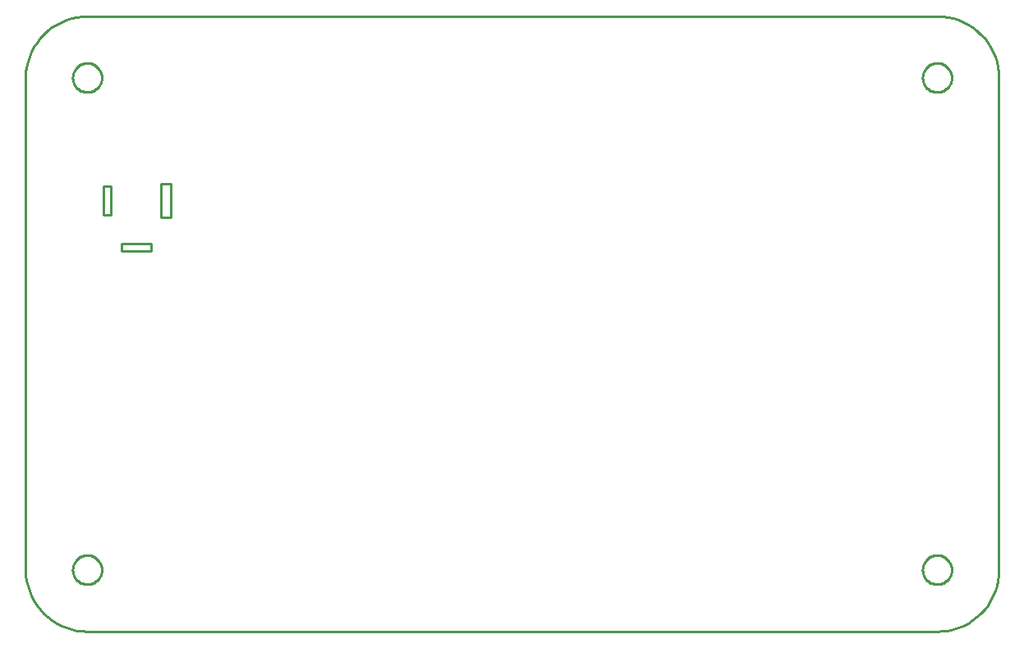
<source format=gbr>
G04 EAGLE Gerber RS-274X export*
G75*
%MOMM*%
%FSLAX34Y34*%
%LPD*%
%IN*%
%IPPOS*%
%AMOC8*
5,1,8,0,0,1.08239X$1,22.5*%
G01*
%ADD10C,0.254000*%


D10*
X0Y228600D02*
X242Y223066D01*
X965Y217573D01*
X2164Y212165D01*
X3830Y206882D01*
X5949Y201764D01*
X8507Y196850D01*
X11484Y192178D01*
X14856Y187783D01*
X18599Y183699D01*
X22683Y179956D01*
X27078Y176584D01*
X31750Y173607D01*
X36664Y171049D01*
X41782Y168930D01*
X47065Y167264D01*
X52473Y166065D01*
X57966Y165342D01*
X63500Y165100D01*
X939800Y165100D01*
X945334Y165342D01*
X950827Y166065D01*
X956235Y167264D01*
X961518Y168930D01*
X966636Y171049D01*
X971550Y173607D01*
X976222Y176584D01*
X980617Y179956D01*
X984701Y183699D01*
X988444Y187783D01*
X991816Y192178D01*
X994793Y196850D01*
X997351Y201764D01*
X999470Y206882D01*
X1001136Y212165D01*
X1002335Y217573D01*
X1003058Y223066D01*
X1003300Y228600D01*
X1003300Y736600D01*
X1003058Y742134D01*
X1002335Y747627D01*
X1001136Y753035D01*
X999470Y758318D01*
X997351Y763436D01*
X994793Y768350D01*
X991816Y773022D01*
X988444Y777417D01*
X984701Y781501D01*
X980617Y785244D01*
X976222Y788616D01*
X971550Y791593D01*
X966636Y794151D01*
X961518Y796270D01*
X956235Y797936D01*
X950827Y799135D01*
X945334Y799858D01*
X939800Y800100D01*
X63500Y800100D01*
X57966Y799858D01*
X52473Y799135D01*
X47065Y797936D01*
X41782Y796270D01*
X36664Y794151D01*
X31750Y791593D01*
X27078Y788616D01*
X22683Y785244D01*
X18599Y781501D01*
X14856Y777417D01*
X11484Y773022D01*
X8507Y768350D01*
X5949Y763436D01*
X3830Y758318D01*
X2164Y753035D01*
X965Y747627D01*
X242Y742134D01*
X0Y736600D01*
X0Y228600D01*
X99300Y557600D02*
X129300Y557600D01*
X129300Y565600D01*
X99300Y565600D01*
X99300Y557600D01*
X139300Y592100D02*
X149300Y592100D01*
X149300Y627100D01*
X139300Y627100D01*
X139300Y592100D01*
X80300Y594600D02*
X88300Y594600D01*
X88300Y624600D01*
X80300Y624600D01*
X80300Y594600D01*
X48500Y737136D02*
X48576Y738204D01*
X48729Y739265D01*
X48957Y740312D01*
X49259Y741340D01*
X49633Y742344D01*
X50078Y743319D01*
X50592Y744259D01*
X51171Y745160D01*
X51813Y746018D01*
X52515Y746828D01*
X53272Y747585D01*
X54082Y748287D01*
X54940Y748929D01*
X55841Y749508D01*
X56781Y750022D01*
X57756Y750467D01*
X58760Y750841D01*
X59788Y751143D01*
X60835Y751371D01*
X61896Y751524D01*
X62964Y751600D01*
X64036Y751600D01*
X65104Y751524D01*
X66165Y751371D01*
X67212Y751143D01*
X68240Y750841D01*
X69244Y750467D01*
X70219Y750022D01*
X71159Y749508D01*
X72060Y748929D01*
X72918Y748287D01*
X73728Y747585D01*
X74485Y746828D01*
X75187Y746018D01*
X75829Y745160D01*
X76408Y744259D01*
X76922Y743319D01*
X77367Y742344D01*
X77741Y741340D01*
X78043Y740312D01*
X78271Y739265D01*
X78424Y738204D01*
X78500Y737136D01*
X78500Y736064D01*
X78424Y734996D01*
X78271Y733935D01*
X78043Y732888D01*
X77741Y731860D01*
X77367Y730856D01*
X76922Y729881D01*
X76408Y728941D01*
X75829Y728040D01*
X75187Y727182D01*
X74485Y726372D01*
X73728Y725615D01*
X72918Y724913D01*
X72060Y724271D01*
X71159Y723692D01*
X70219Y723178D01*
X69244Y722733D01*
X68240Y722359D01*
X67212Y722057D01*
X66165Y721829D01*
X65104Y721676D01*
X64036Y721600D01*
X62964Y721600D01*
X61896Y721676D01*
X60835Y721829D01*
X59788Y722057D01*
X58760Y722359D01*
X57756Y722733D01*
X56781Y723178D01*
X55841Y723692D01*
X54940Y724271D01*
X54082Y724913D01*
X53272Y725615D01*
X52515Y726372D01*
X51813Y727182D01*
X51171Y728040D01*
X50592Y728941D01*
X50078Y729881D01*
X49633Y730856D01*
X49259Y731860D01*
X48957Y732888D01*
X48729Y733935D01*
X48576Y734996D01*
X48500Y736064D01*
X48500Y737136D01*
X48500Y229136D02*
X48576Y230204D01*
X48729Y231265D01*
X48957Y232312D01*
X49259Y233340D01*
X49633Y234344D01*
X50078Y235319D01*
X50592Y236259D01*
X51171Y237160D01*
X51813Y238018D01*
X52515Y238828D01*
X53272Y239585D01*
X54082Y240287D01*
X54940Y240929D01*
X55841Y241508D01*
X56781Y242022D01*
X57756Y242467D01*
X58760Y242841D01*
X59788Y243143D01*
X60835Y243371D01*
X61896Y243524D01*
X62964Y243600D01*
X64036Y243600D01*
X65104Y243524D01*
X66165Y243371D01*
X67212Y243143D01*
X68240Y242841D01*
X69244Y242467D01*
X70219Y242022D01*
X71159Y241508D01*
X72060Y240929D01*
X72918Y240287D01*
X73728Y239585D01*
X74485Y238828D01*
X75187Y238018D01*
X75829Y237160D01*
X76408Y236259D01*
X76922Y235319D01*
X77367Y234344D01*
X77741Y233340D01*
X78043Y232312D01*
X78271Y231265D01*
X78424Y230204D01*
X78500Y229136D01*
X78500Y228064D01*
X78424Y226996D01*
X78271Y225935D01*
X78043Y224888D01*
X77741Y223860D01*
X77367Y222856D01*
X76922Y221881D01*
X76408Y220941D01*
X75829Y220040D01*
X75187Y219182D01*
X74485Y218372D01*
X73728Y217615D01*
X72918Y216913D01*
X72060Y216271D01*
X71159Y215692D01*
X70219Y215178D01*
X69244Y214733D01*
X68240Y214359D01*
X67212Y214057D01*
X66165Y213829D01*
X65104Y213676D01*
X64036Y213600D01*
X62964Y213600D01*
X61896Y213676D01*
X60835Y213829D01*
X59788Y214057D01*
X58760Y214359D01*
X57756Y214733D01*
X56781Y215178D01*
X55841Y215692D01*
X54940Y216271D01*
X54082Y216913D01*
X53272Y217615D01*
X52515Y218372D01*
X51813Y219182D01*
X51171Y220040D01*
X50592Y220941D01*
X50078Y221881D01*
X49633Y222856D01*
X49259Y223860D01*
X48957Y224888D01*
X48729Y225935D01*
X48576Y226996D01*
X48500Y228064D01*
X48500Y229136D01*
X924800Y229136D02*
X924876Y230204D01*
X925029Y231265D01*
X925257Y232312D01*
X925559Y233340D01*
X925933Y234344D01*
X926378Y235319D01*
X926892Y236259D01*
X927471Y237160D01*
X928113Y238018D01*
X928815Y238828D01*
X929572Y239585D01*
X930382Y240287D01*
X931240Y240929D01*
X932141Y241508D01*
X933081Y242022D01*
X934056Y242467D01*
X935060Y242841D01*
X936088Y243143D01*
X937135Y243371D01*
X938196Y243524D01*
X939264Y243600D01*
X940336Y243600D01*
X941404Y243524D01*
X942465Y243371D01*
X943512Y243143D01*
X944540Y242841D01*
X945544Y242467D01*
X946519Y242022D01*
X947459Y241508D01*
X948360Y240929D01*
X949218Y240287D01*
X950028Y239585D01*
X950785Y238828D01*
X951487Y238018D01*
X952129Y237160D01*
X952708Y236259D01*
X953222Y235319D01*
X953667Y234344D01*
X954041Y233340D01*
X954343Y232312D01*
X954571Y231265D01*
X954724Y230204D01*
X954800Y229136D01*
X954800Y228064D01*
X954724Y226996D01*
X954571Y225935D01*
X954343Y224888D01*
X954041Y223860D01*
X953667Y222856D01*
X953222Y221881D01*
X952708Y220941D01*
X952129Y220040D01*
X951487Y219182D01*
X950785Y218372D01*
X950028Y217615D01*
X949218Y216913D01*
X948360Y216271D01*
X947459Y215692D01*
X946519Y215178D01*
X945544Y214733D01*
X944540Y214359D01*
X943512Y214057D01*
X942465Y213829D01*
X941404Y213676D01*
X940336Y213600D01*
X939264Y213600D01*
X938196Y213676D01*
X937135Y213829D01*
X936088Y214057D01*
X935060Y214359D01*
X934056Y214733D01*
X933081Y215178D01*
X932141Y215692D01*
X931240Y216271D01*
X930382Y216913D01*
X929572Y217615D01*
X928815Y218372D01*
X928113Y219182D01*
X927471Y220040D01*
X926892Y220941D01*
X926378Y221881D01*
X925933Y222856D01*
X925559Y223860D01*
X925257Y224888D01*
X925029Y225935D01*
X924876Y226996D01*
X924800Y228064D01*
X924800Y229136D01*
X924800Y737136D02*
X924876Y738204D01*
X925029Y739265D01*
X925257Y740312D01*
X925559Y741340D01*
X925933Y742344D01*
X926378Y743319D01*
X926892Y744259D01*
X927471Y745160D01*
X928113Y746018D01*
X928815Y746828D01*
X929572Y747585D01*
X930382Y748287D01*
X931240Y748929D01*
X932141Y749508D01*
X933081Y750022D01*
X934056Y750467D01*
X935060Y750841D01*
X936088Y751143D01*
X937135Y751371D01*
X938196Y751524D01*
X939264Y751600D01*
X940336Y751600D01*
X941404Y751524D01*
X942465Y751371D01*
X943512Y751143D01*
X944540Y750841D01*
X945544Y750467D01*
X946519Y750022D01*
X947459Y749508D01*
X948360Y748929D01*
X949218Y748287D01*
X950028Y747585D01*
X950785Y746828D01*
X951487Y746018D01*
X952129Y745160D01*
X952708Y744259D01*
X953222Y743319D01*
X953667Y742344D01*
X954041Y741340D01*
X954343Y740312D01*
X954571Y739265D01*
X954724Y738204D01*
X954800Y737136D01*
X954800Y736064D01*
X954724Y734996D01*
X954571Y733935D01*
X954343Y732888D01*
X954041Y731860D01*
X953667Y730856D01*
X953222Y729881D01*
X952708Y728941D01*
X952129Y728040D01*
X951487Y727182D01*
X950785Y726372D01*
X950028Y725615D01*
X949218Y724913D01*
X948360Y724271D01*
X947459Y723692D01*
X946519Y723178D01*
X945544Y722733D01*
X944540Y722359D01*
X943512Y722057D01*
X942465Y721829D01*
X941404Y721676D01*
X940336Y721600D01*
X939264Y721600D01*
X938196Y721676D01*
X937135Y721829D01*
X936088Y722057D01*
X935060Y722359D01*
X934056Y722733D01*
X933081Y723178D01*
X932141Y723692D01*
X931240Y724271D01*
X930382Y724913D01*
X929572Y725615D01*
X928815Y726372D01*
X928113Y727182D01*
X927471Y728040D01*
X926892Y728941D01*
X926378Y729881D01*
X925933Y730856D01*
X925559Y731860D01*
X925257Y732888D01*
X925029Y733935D01*
X924876Y734996D01*
X924800Y736064D01*
X924800Y737136D01*
M02*

</source>
